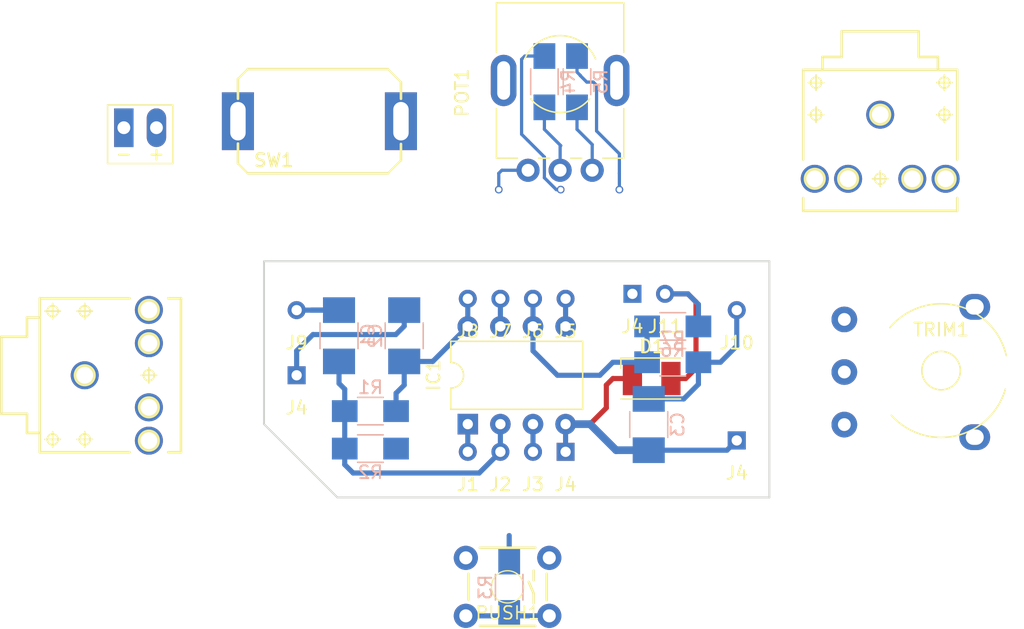
<source format=kicad_pcb>
(kicad_pcb (version 4) (host pcbnew 4.0.7-e0-6372~58~ubuntu16.04.1)

  (general
    (links 46)
    (no_connects 16)
    (area 46.538539 31.497999 126.737001 80.963001)
    (thickness 1.6)
    (drawings 5)
    (tracks 96)
    (zones 0)
    (modules 33)
    (nets 17)
  )

  (page A4)
  (layers
    (0 F.Cu signal)
    (31 B.Cu signal)
    (32 B.Adhes user)
    (33 F.Adhes user)
    (34 B.Paste user)
    (35 F.Paste user)
    (36 B.SilkS user)
    (37 F.SilkS user)
    (38 B.Mask user)
    (39 F.Mask user)
    (40 Dwgs.User user)
    (41 Cmts.User user)
    (42 Eco1.User user)
    (43 Eco2.User user)
    (44 Edge.Cuts user)
    (45 Margin user)
    (46 B.CrtYd user)
    (47 F.CrtYd user)
    (48 B.Fab user)
    (49 F.Fab user)
  )

  (setup
    (last_trace_width 0.4)
    (trace_clearance 0.2)
    (zone_clearance 0.508)
    (zone_45_only no)
    (trace_min 0.2)
    (segment_width 0.2)
    (edge_width 0.15)
    (via_size 0.6)
    (via_drill 0.4)
    (via_min_size 0.4)
    (via_min_drill 0.3)
    (uvia_size 0.3)
    (uvia_drill 0.1)
    (uvias_allowed no)
    (uvia_min_size 0.2)
    (uvia_min_drill 0.1)
    (pcb_text_width 0.3)
    (pcb_text_size 1.5 1.5)
    (mod_edge_width 0.15)
    (mod_text_size 1 1)
    (mod_text_width 0.15)
    (pad_size 1.4 1.4)
    (pad_drill 0.8)
    (pad_to_mask_clearance 0.2)
    (aux_axis_origin 0 0)
    (visible_elements FFFFFF7F)
    (pcbplotparams
      (layerselection 0x00030_80000001)
      (usegerberextensions false)
      (excludeedgelayer true)
      (linewidth 0.100000)
      (plotframeref false)
      (viasonmask false)
      (mode 1)
      (useauxorigin false)
      (hpglpennumber 1)
      (hpglpenspeed 20)
      (hpglpendiameter 15)
      (hpglpenoverlay 2)
      (psnegative false)
      (psa4output false)
      (plotreference true)
      (plotvalue true)
      (plotinvisibletext false)
      (padsonsilk false)
      (subtractmaskfromsilk false)
      (outputformat 1)
      (mirror false)
      (drillshape 1)
      (scaleselection 1)
      (outputdirectory ""))
  )

  (net 0 "")
  (net 1 "Net-(C1-Pad2)")
  (net 2 VCC)
  (net 3 GND)
  (net 4 "Net-(C3-Pad2)")
  (net 5 "Net-(D1-Pad2)")
  (net 6 "Net-(IC1-Pad6)")
  (net 7 "Net-(IC1-Pad7)")
  (net 8 "Net-(JACK2-Pad2)")
  (net 9 "Net-(POT1-Pad2)")
  (net 10 "Net-(PUSH1-Pad1)")
  (net 11 +BATT)
  (net 12 "Net-(C1-Pad1)")
  (net 13 "Net-(IC1-Pad1)")
  (net 14 "Net-(IC1-Pad5)")
  (net 15 "Net-(POT1-Pad3)")
  (net 16 "Net-(IC1-Pad3)")

  (net_class Default "This is the default net class."
    (clearance 0.2)
    (trace_width 0.4)
    (via_dia 0.6)
    (via_drill 0.4)
    (uvia_dia 0.3)
    (uvia_drill 0.1)
    (add_net +BATT)
    (add_net GND)
    (add_net "Net-(C1-Pad1)")
    (add_net "Net-(C1-Pad2)")
    (add_net "Net-(C3-Pad2)")
    (add_net "Net-(D1-Pad2)")
    (add_net "Net-(IC1-Pad1)")
    (add_net "Net-(IC1-Pad3)")
    (add_net "Net-(IC1-Pad5)")
    (add_net "Net-(IC1-Pad6)")
    (add_net "Net-(IC1-Pad7)")
    (add_net "Net-(JACK2-Pad2)")
    (add_net "Net-(POT1-Pad2)")
    (add_net "Net-(POT1-Pad3)")
    (add_net "Net-(PUSH1-Pad1)")
    (add_net VCC)
  )

  (module 8BitMixtape_DIY-CAD:TACTILE-PTH_6mm (layer F.Cu) (tedit 5B56173A) (tstamp 5B5C45CF)
    (at 86.283 77.456 180)
    (descr "OMRON SWITCH")
    (tags "OMRON SWITCH")
    (path /5B5C38F5)
    (attr virtual)
    (fp_text reference PUSH1 (at 0 -2.032 180) (layer F.SilkS)
      (effects (font (size 1 1) (thickness 0.127)))
    )
    (fp_text value SW_Push (at -5.25 0.14 270) (layer Eco2.User)
      (effects (font (size 1 1) (thickness 0.15)))
    )
    (fp_line (start 2.159 -3.048) (end -2.159 -3.048) (layer F.SilkS) (width 0.2032))
    (fp_line (start -2.159 3.048) (end 2.159 3.048) (layer F.SilkS) (width 0.2032))
    (fp_line (start 3.048 -0.99568) (end 3.048 1.016) (layer F.SilkS) (width 0.2032))
    (fp_line (start -3.048 -1.02616) (end -3.048 1.016) (layer F.SilkS) (width 0.2032))
    (fp_line (start -2.032 -1.27) (end -2.032 -0.508) (layer F.SilkS) (width 0.2032))
    (fp_line (start -2.032 0.508) (end -2.032 1.27) (layer F.SilkS) (width 0.2032))
    (fp_line (start -2.032 -0.508) (end -1.651 0.381) (layer F.SilkS) (width 0.2032))
    (fp_circle (center 0 0) (end -0.889 0.889) (layer F.SilkS) (width 0.1016))
    (pad 1 thru_hole circle (at -3.2512 -2.2606 180) (size 1.8796 1.8796) (drill 1.016) (layers *.Cu *.Mask)
      (net 10 "Net-(PUSH1-Pad1)"))
    (pad 1 thru_hole circle (at 3.2512 -2.2606 180) (size 1.8796 1.8796) (drill 1.016) (layers *.Cu *.Mask)
      (net 10 "Net-(PUSH1-Pad1)"))
    (pad 2 thru_hole circle (at -3.2512 2.2606 180) (size 1.8796 1.8796) (drill 1.016) (layers *.Cu *.Mask)
      (net 3 GND))
    (pad 2 thru_hole circle (at 3.2512 2.2606 180) (size 1.8796 1.8796) (drill 1.016) (layers *.Cu *.Mask)
      (net 3 GND))
  )

  (module 8BitMixtape_DIY-CAD:R_1206_Mixtape (layer B.Cu) (tedit 58E0A804) (tstamp 5B5C6774)
    (at 86.41 77.488 270)
    (descr "Resistor SMD 1206, hand soldering")
    (tags "resistor 1206")
    (path /5B5C3894)
    (attr smd)
    (fp_text reference R3 (at 0 1.85 270) (layer B.SilkS)
      (effects (font (size 1 1) (thickness 0.15)) (justify mirror))
    )
    (fp_text value 22K (at 0 -1.9 270) (layer B.Fab)
      (effects (font (size 1 1) (thickness 0.15)) (justify mirror))
    )
    (fp_text user %R (at 0 0 270) (layer B.Fab)
      (effects (font (size 0.7 0.7) (thickness 0.105)) (justify mirror))
    )
    (fp_line (start -1.6 -0.8) (end -1.6 0.8) (layer B.Fab) (width 0.1))
    (fp_line (start 1.6 -0.8) (end -1.6 -0.8) (layer B.Fab) (width 0.1))
    (fp_line (start 1.6 0.8) (end 1.6 -0.8) (layer B.Fab) (width 0.1))
    (fp_line (start -1.6 0.8) (end 1.6 0.8) (layer B.Fab) (width 0.1))
    (fp_line (start 1 -1.07) (end -1 -1.07) (layer B.SilkS) (width 0.12))
    (fp_line (start -1 1.07) (end 1 1.07) (layer B.SilkS) (width 0.12))
    (fp_line (start -3.25 1.11) (end 3.25 1.11) (layer B.CrtYd) (width 0.05))
    (fp_line (start -3.25 1.11) (end -3.25 -1.1) (layer B.CrtYd) (width 0.05))
    (fp_line (start 3.25 -1.1) (end 3.25 1.11) (layer B.CrtYd) (width 0.05))
    (fp_line (start 3.25 -1.1) (end -3.25 -1.1) (layer B.CrtYd) (width 0.05))
    (pad 1 smd rect (at -2 0 270) (size 2 1.7) (layers B.Cu B.Paste B.Mask)
      (net 12 "Net-(C1-Pad1)"))
    (pad 2 smd rect (at 2 0 270) (size 2 1.7) (layers B.Cu B.Paste B.Mask)
      (net 10 "Net-(PUSH1-Pad1)"))
    (model ${KISYS3DMOD}/Resistors_SMD.3dshapes/R_1206.wrl
      (at (xyz 0 0 0))
      (scale (xyz 1 1 1))
      (rotate (xyz 0 0 0))
    )
  )

  (module 8BitMixtape_DIY-CAD:C_1210_MixtapeStyle (layer B.Cu) (tedit 58AA84FB) (tstamp 5B5C44ED)
    (at 73.152 57.88 90)
    (descr "Capacitor SMD 1210, hand soldering")
    (tags "capacitor 1210")
    (path /5B5C3667)
    (attr smd)
    (fp_text reference C1 (at 0 2.25 90) (layer B.SilkS)
      (effects (font (size 1 1) (thickness 0.15)) (justify mirror))
    )
    (fp_text value 100nF (at 0 -2.5 90) (layer B.Fab)
      (effects (font (size 1 1) (thickness 0.15)) (justify mirror))
    )
    (fp_text user %R (at 0 2.25 90) (layer B.Fab)
      (effects (font (size 1 1) (thickness 0.15)) (justify mirror))
    )
    (fp_line (start -1.6 -1.25) (end -1.6 1.25) (layer B.Fab) (width 0.1))
    (fp_line (start 1.6 -1.25) (end -1.6 -1.25) (layer B.Fab) (width 0.1))
    (fp_line (start 1.6 1.25) (end 1.6 -1.25) (layer B.Fab) (width 0.1))
    (fp_line (start -1.6 1.25) (end 1.6 1.25) (layer B.Fab) (width 0.1))
    (fp_line (start 1 1.48) (end -1 1.48) (layer B.SilkS) (width 0.12))
    (fp_line (start -1 -1.48) (end 1 -1.48) (layer B.SilkS) (width 0.12))
    (fp_line (start -3.25 1.5) (end 3.25 1.5) (layer B.CrtYd) (width 0.05))
    (fp_line (start -3.25 1.5) (end -3.25 -1.5) (layer B.CrtYd) (width 0.05))
    (fp_line (start 3.25 -1.5) (end 3.25 1.5) (layer B.CrtYd) (width 0.05))
    (fp_line (start 3.25 -1.5) (end -3.25 -1.5) (layer B.CrtYd) (width 0.05))
    (pad 1 smd rect (at -2 0 90) (size 2 2.5) (layers B.Cu B.Paste B.Mask)
      (net 12 "Net-(C1-Pad1)"))
    (pad 2 smd rect (at 2 0 90) (size 2 2.5) (layers B.Cu B.Paste B.Mask)
      (net 1 "Net-(C1-Pad2)"))
    (model Capacitors_SMD.3dshapes/C_1210.wrl
      (at (xyz 0 0 0))
      (scale (xyz 1 1 1))
      (rotate (xyz 0 0 0))
    )
  )

  (module 8BitMixtape_DIY-CAD:C_1210_MixtapeStyle (layer B.Cu) (tedit 58AA84FB) (tstamp 5B5C44FE)
    (at 78.232 57.88 270)
    (descr "Capacitor SMD 1210, hand soldering")
    (tags "capacitor 1210")
    (path /5B5C38C7)
    (attr smd)
    (fp_text reference C2 (at 0 2.25 270) (layer B.SilkS)
      (effects (font (size 1 1) (thickness 0.15)) (justify mirror))
    )
    (fp_text value 100nF (at 0 -2.5 270) (layer B.Fab)
      (effects (font (size 1 1) (thickness 0.15)) (justify mirror))
    )
    (fp_text user %R (at 0 2.25 270) (layer B.Fab)
      (effects (font (size 1 1) (thickness 0.15)) (justify mirror))
    )
    (fp_line (start -1.6 -1.25) (end -1.6 1.25) (layer B.Fab) (width 0.1))
    (fp_line (start 1.6 -1.25) (end -1.6 -1.25) (layer B.Fab) (width 0.1))
    (fp_line (start 1.6 1.25) (end 1.6 -1.25) (layer B.Fab) (width 0.1))
    (fp_line (start -1.6 1.25) (end 1.6 1.25) (layer B.Fab) (width 0.1))
    (fp_line (start 1 1.48) (end -1 1.48) (layer B.SilkS) (width 0.12))
    (fp_line (start -1 -1.48) (end 1 -1.48) (layer B.SilkS) (width 0.12))
    (fp_line (start -3.25 1.5) (end 3.25 1.5) (layer B.CrtYd) (width 0.05))
    (fp_line (start -3.25 1.5) (end -3.25 -1.5) (layer B.CrtYd) (width 0.05))
    (fp_line (start 3.25 -1.5) (end 3.25 1.5) (layer B.CrtYd) (width 0.05))
    (fp_line (start 3.25 -1.5) (end -3.25 -1.5) (layer B.CrtYd) (width 0.05))
    (pad 1 smd rect (at -2 0 270) (size 2 2.5) (layers B.Cu B.Paste B.Mask)
      (net 3 GND))
    (pad 2 smd rect (at 2 0 270) (size 2 2.5) (layers B.Cu B.Paste B.Mask)
      (net 2 VCC))
    (model Capacitors_SMD.3dshapes/C_1210.wrl
      (at (xyz 0 0 0))
      (scale (xyz 1 1 1))
      (rotate (xyz 0 0 0))
    )
  )

  (module 8BitMixtape_DIY-CAD:C_1210_MixtapeStyle (layer B.Cu) (tedit 58AA84FB) (tstamp 5B5C450F)
    (at 97.282 64.802 90)
    (descr "Capacitor SMD 1210, hand soldering")
    (tags "capacitor 1210")
    (path /5B5C50D8)
    (attr smd)
    (fp_text reference C3 (at 0 2.25 90) (layer B.SilkS)
      (effects (font (size 1 1) (thickness 0.15)) (justify mirror))
    )
    (fp_text value 100nF (at 0 -2.5 90) (layer B.Fab)
      (effects (font (size 1 1) (thickness 0.15)) (justify mirror))
    )
    (fp_text user %R (at 0 2.25 90) (layer B.Fab)
      (effects (font (size 1 1) (thickness 0.15)) (justify mirror))
    )
    (fp_line (start -1.6 -1.25) (end -1.6 1.25) (layer B.Fab) (width 0.1))
    (fp_line (start 1.6 -1.25) (end -1.6 -1.25) (layer B.Fab) (width 0.1))
    (fp_line (start 1.6 1.25) (end 1.6 -1.25) (layer B.Fab) (width 0.1))
    (fp_line (start -1.6 1.25) (end 1.6 1.25) (layer B.Fab) (width 0.1))
    (fp_line (start 1 1.48) (end -1 1.48) (layer B.SilkS) (width 0.12))
    (fp_line (start -1 -1.48) (end 1 -1.48) (layer B.SilkS) (width 0.12))
    (fp_line (start -3.25 1.5) (end 3.25 1.5) (layer B.CrtYd) (width 0.05))
    (fp_line (start -3.25 1.5) (end -3.25 -1.5) (layer B.CrtYd) (width 0.05))
    (fp_line (start 3.25 -1.5) (end 3.25 1.5) (layer B.CrtYd) (width 0.05))
    (fp_line (start 3.25 -1.5) (end -3.25 -1.5) (layer B.CrtYd) (width 0.05))
    (pad 1 smd rect (at -2 0 90) (size 2 2.5) (layers B.Cu B.Paste B.Mask)
      (net 3 GND))
    (pad 2 smd rect (at 2 0 90) (size 2 2.5) (layers B.Cu B.Paste B.Mask)
      (net 4 "Net-(C3-Pad2)"))
    (model Capacitors_SMD.3dshapes/C_1210.wrl
      (at (xyz 0 0 0))
      (scale (xyz 1 1 1))
      (rotate (xyz 0 0 0))
    )
  )

  (module 8BitMixtape_DIY-CAD:LED_2835 (layer F.Cu) (tedit 59959404) (tstamp 5B5C4523)
    (at 97.512 61.214)
    (descr "LED PLCC-2 SMD package")
    (tags "LED PLCC-2 SMD")
    (path /5B5C48EB)
    (attr smd)
    (fp_text reference D1 (at 0 -2.5) (layer F.SilkS)
      (effects (font (size 1 1) (thickness 0.15)))
    )
    (fp_text value LED (at 0 2.5) (layer F.Fab)
      (effects (font (size 1 1) (thickness 0.15)))
    )
    (fp_circle (center 0 0) (end 0 -1.25) (layer F.Fab) (width 0.1))
    (fp_line (start -1.7 -0.6) (end -0.8 -1.5) (layer F.Fab) (width 0.1))
    (fp_line (start 1.7 1.5) (end 1.7 -1.5) (layer F.Fab) (width 0.1))
    (fp_line (start 1.7 -1.5) (end -1.7 -1.5) (layer F.Fab) (width 0.1))
    (fp_line (start -1.7 -1.5) (end -1.7 1.5) (layer F.Fab) (width 0.1))
    (fp_line (start -1.7 1.5) (end 1.7 1.5) (layer F.Fab) (width 0.1))
    (fp_line (start -2.65 -1.85) (end 2.5 -1.85) (layer F.CrtYd) (width 0.05))
    (fp_line (start 2.5 -1.85) (end 2.5 1.85) (layer F.CrtYd) (width 0.05))
    (fp_line (start 2.5 1.85) (end -2.65 1.85) (layer F.CrtYd) (width 0.05))
    (fp_line (start -2.65 1.85) (end -2.65 -1.85) (layer F.CrtYd) (width 0.05))
    (fp_line (start 2.25 1.6) (end -2.4 1.6) (layer F.SilkS) (width 0.12))
    (fp_line (start 2.25 -1.6) (end -2.4 -1.6) (layer F.SilkS) (width 0.12))
    (fp_line (start -2.4 -1.6) (end -2.4 -0.8) (layer F.SilkS) (width 0.12))
    (fp_text user %R (at 0 0) (layer F.Fab)
      (effects (font (size 0.4 0.4) (thickness 0.1)))
    )
    (pad 1 smd rect (at -1.5 0) (size 1.5 2.6) (layers F.Cu F.Paste F.Mask)
      (net 3 GND))
    (pad 2 smd rect (at 1.5 0) (size 1.5 2.6) (layers F.Cu F.Paste F.Mask)
      (net 5 "Net-(D1-Pad2)"))
    (model ${KISYS3DMOD}/LEDs.3dshapes/LED_PLCC-2.wrl
      (at (xyz 0 0 0))
      (scale (xyz 1 1 1))
      (rotate (xyz 0 0 0))
    )
  )

  (module Housings_DIP:DIP-8_W7.62mm (layer F.Cu) (tedit 59C78D6B) (tstamp 5B5C453F)
    (at 83.185 64.77 90)
    (descr "8-lead though-hole mounted DIP package, row spacing 7.62 mm (300 mils)")
    (tags "THT DIP DIL PDIP 2.54mm 7.62mm 300mil")
    (path /5B5C34B2)
    (fp_text reference IC1 (at 3.81 -2.667 90) (layer F.SilkS)
      (effects (font (size 1 1) (thickness 0.15)))
    )
    (fp_text value ATTINY85-20PU (at 3.81 9.95 90) (layer F.Fab)
      (effects (font (size 1 1) (thickness 0.15)))
    )
    (fp_arc (start 3.81 -1.33) (end 2.81 -1.33) (angle -180) (layer F.SilkS) (width 0.12))
    (fp_line (start 1.635 -1.27) (end 6.985 -1.27) (layer F.Fab) (width 0.1))
    (fp_line (start 6.985 -1.27) (end 6.985 8.89) (layer F.Fab) (width 0.1))
    (fp_line (start 6.985 8.89) (end 0.635 8.89) (layer F.Fab) (width 0.1))
    (fp_line (start 0.635 8.89) (end 0.635 -0.27) (layer F.Fab) (width 0.1))
    (fp_line (start 0.635 -0.27) (end 1.635 -1.27) (layer F.Fab) (width 0.1))
    (fp_line (start 2.81 -1.33) (end 1.16 -1.33) (layer F.SilkS) (width 0.12))
    (fp_line (start 1.16 -1.33) (end 1.16 8.95) (layer F.SilkS) (width 0.12))
    (fp_line (start 1.16 8.95) (end 6.46 8.95) (layer F.SilkS) (width 0.12))
    (fp_line (start 6.46 8.95) (end 6.46 -1.33) (layer F.SilkS) (width 0.12))
    (fp_line (start 6.46 -1.33) (end 4.81 -1.33) (layer F.SilkS) (width 0.12))
    (fp_line (start -1.1 -1.55) (end -1.1 9.15) (layer F.CrtYd) (width 0.05))
    (fp_line (start -1.1 9.15) (end 8.7 9.15) (layer F.CrtYd) (width 0.05))
    (fp_line (start 8.7 9.15) (end 8.7 -1.55) (layer F.CrtYd) (width 0.05))
    (fp_line (start 8.7 -1.55) (end -1.1 -1.55) (layer F.CrtYd) (width 0.05))
    (fp_text user %R (at 3.81 3.81 90) (layer F.Fab)
      (effects (font (size 1 1) (thickness 0.15)))
    )
    (pad 1 thru_hole rect (at 0 0 90) (size 1.6 1.6) (drill 0.8) (layers *.Cu *.Mask)
      (net 13 "Net-(IC1-Pad1)"))
    (pad 5 thru_hole oval (at 7.62 7.62 90) (size 1.6 1.6) (drill 0.8) (layers *.Cu *.Mask)
      (net 14 "Net-(IC1-Pad5)"))
    (pad 2 thru_hole oval (at 0 2.54 90) (size 1.6 1.6) (drill 0.8) (layers *.Cu *.Mask)
      (net 12 "Net-(C1-Pad1)"))
    (pad 6 thru_hole oval (at 7.62 5.08 90) (size 1.6 1.6) (drill 0.8) (layers *.Cu *.Mask)
      (net 6 "Net-(IC1-Pad6)"))
    (pad 3 thru_hole oval (at 0 5.08 90) (size 1.6 1.6) (drill 0.8) (layers *.Cu *.Mask)
      (net 16 "Net-(IC1-Pad3)"))
    (pad 7 thru_hole oval (at 7.62 2.54 90) (size 1.6 1.6) (drill 0.8) (layers *.Cu *.Mask)
      (net 7 "Net-(IC1-Pad7)"))
    (pad 4 thru_hole oval (at 0 7.62 90) (size 1.6 1.6) (drill 0.8) (layers *.Cu *.Mask)
      (net 3 GND))
    (pad 8 thru_hole oval (at 7.62 0 90) (size 1.6 1.6) (drill 0.8) (layers *.Cu *.Mask)
      (net 2 VCC))
    (model ${KISYS3DMOD}/Housings_DIP.3dshapes/DIP-8_W7.62mm.wrl
      (at (xyz 0 0 0))
      (scale (xyz 1 1 1))
      (rotate (xyz 0 0 0))
    )
  )

  (module 8BitMixtape_DIY-CAD:AUDIO-Jack_3.5mm_5Pin (layer F.Cu) (tedit 5B558D28) (tstamp 5B5C4570)
    (at 53.34 60.96)
    (descr "KIT FOOTPRINT FOR 1/8\" AUDIO JACK.")
    (tags "KIT FOOTPRINT FOR 1/8\" AUDIO JACK.")
    (path /5B5C3573)
    (attr virtual)
    (fp_text reference JACK1 (at -0.254 -2.7432) (layer Dwgs.User)
      (effects (font (size 0.4064 0.4064) (thickness 0.0254)))
    )
    (fp_text value JACK_TRS_6PINS (at -0.0508 -1.4732) (layer Dwgs.User)
      (effects (font (size 0.4064 0.4064) (thickness 0.0254)))
    )
    (fp_line (start 7.49808 -5.99948) (end 7.49808 5.99948) (layer F.SilkS) (width 0.2032))
    (fp_line (start -3.49758 -5.99948) (end -3.49758 -4.49834) (layer F.SilkS) (width 0.2032))
    (fp_line (start -3.49758 4.49834) (end -3.49758 5.99948) (layer F.SilkS) (width 0.2032))
    (fp_line (start -4.49834 -4.49834) (end -4.49834 -2.99974) (layer F.SilkS) (width 0.2032))
    (fp_line (start -4.49834 2.99974) (end -4.49834 4.49834) (layer F.SilkS) (width 0.2032))
    (fp_line (start -4.49834 4.49834) (end -3.49758 4.49834) (layer F.SilkS) (width 0.2032))
    (fp_line (start -4.49834 -4.49834) (end -3.49758 -4.49834) (layer F.SilkS) (width 0.2032))
    (fp_line (start -6.49986 -2.99974) (end -6.49986 2.99974) (layer F.SilkS) (width 0.2032))
    (fp_line (start -6.49986 2.99974) (end -4.49834 2.99974) (layer F.SilkS) (width 0.2032))
    (fp_line (start -6.49986 -2.99974) (end -4.49834 -2.99974) (layer F.SilkS) (width 0.2032))
    (fp_line (start -3.49758 -5.99948) (end 3.49758 -5.99948) (layer F.SilkS) (width 0.2032))
    (fp_line (start 7.49808 -5.99948) (end 6.49986 -5.99948) (layer F.SilkS) (width 0.2032))
    (fp_line (start -3.49758 -5.99948) (end -3.49758 5.99948) (layer F.SilkS) (width 0.2032))
    (fp_line (start -3.49758 5.99948) (end 3.49758 5.99948) (layer F.SilkS) (width 0.2032))
    (fp_line (start 7.49808 5.99948) (end 6.49986 5.99948) (layer F.SilkS) (width 0.2032))
    (fp_circle (center 0 0) (end -0.3302 0.3302) (layer F.SilkS) (width 0))
    (fp_circle (center 4.99872 -5.09778) (end 5.32892 -5.42798) (layer F.SilkS) (width 0))
    (fp_circle (center 4.99872 -2.49936) (end 5.32892 -2.82956) (layer F.SilkS) (width 0))
    (fp_circle (center 4.99872 2.49936) (end 5.32892 2.82956) (layer F.SilkS) (width 0))
    (fp_circle (center 4.99872 5.09778) (end 5.32892 5.42798) (layer F.SilkS) (width 0))
    (fp_circle (center 0 0) (end -0.6096 0.6096) (layer F.SilkS) (width 0))
    (fp_circle (center 4.99872 -5.09778) (end 5.60832 -5.70738) (layer F.SilkS) (width 0))
    (fp_circle (center 4.99872 5.09778) (end 5.60832 5.70738) (layer F.SilkS) (width 0))
    (fp_circle (center 4.99872 2.49936) (end 5.60832 3.10896) (layer F.SilkS) (width 0))
    (fp_circle (center 4.99872 -2.49936) (end 5.60832 -3.10896) (layer F.SilkS) (width 0))
    (fp_circle (center 0 -4.99872) (end -0.29972 -5.29844) (layer F.SilkS) (width 0.127))
    (fp_line (start -0.59944 -4.99872) (end 0.59944 -4.99872) (layer F.SilkS) (width 0.127))
    (fp_line (start 0 -4.39928) (end 0 -5.59816) (layer F.SilkS) (width 0.127))
    (fp_circle (center -2.49936 -4.99872) (end -2.79908 -5.29844) (layer F.SilkS) (width 0.127))
    (fp_line (start -3.0988 -4.99872) (end -1.89992 -4.99872) (layer F.SilkS) (width 0.127))
    (fp_line (start -2.49936 -4.39928) (end -2.49936 -5.59816) (layer F.SilkS) (width 0.127))
    (fp_circle (center -2.49936 4.99872) (end -2.79908 5.29844) (layer F.SilkS) (width 0.127))
    (fp_line (start -3.0988 4.99872) (end -1.89992 4.99872) (layer F.SilkS) (width 0.127))
    (fp_line (start -2.49936 5.59816) (end -2.49936 4.39928) (layer F.SilkS) (width 0.127))
    (fp_circle (center 0 4.99872) (end -0.29972 5.29844) (layer F.SilkS) (width 0.127))
    (fp_line (start -0.59944 4.99872) (end 0.59944 4.99872) (layer F.SilkS) (width 0.127))
    (fp_line (start 0 5.59816) (end 0 4.39928) (layer F.SilkS) (width 0.127))
    (fp_circle (center 4.99872 0) (end 5.29844 0.29972) (layer F.SilkS) (width 0.127))
    (fp_line (start 4.39928 0) (end 5.59816 0) (layer F.SilkS) (width 0.127))
    (fp_line (start 4.99872 0.59944) (end 4.99872 -0.59944) (layer F.SilkS) (width 0.127))
    (pad 3 thru_hole circle (at 4.99872 -5.09778) (size 2.18186 2.18186) (drill 1.29794) (layers *.Cu *.Mask)
      (net 1 "Net-(C1-Pad2)"))
    (pad 6 thru_hole circle (at 4.99872 -2.49936) (size 2.18186 2.18186) (drill 1.29794) (layers *.Cu *.Mask))
    (pad 1 thru_hole circle (at 0 0) (size 2.18186 2.18186) (drill 1.29794) (layers *.Cu *.Mask)
      (net 3 GND))
    (pad 2 thru_hole circle (at 4.99872 5.09778) (size 2.18186 2.18186) (drill 1.29794) (layers *.Cu *.Mask))
    (pad 5 thru_hole circle (at 4.99872 2.49936) (size 2.18186 2.18186) (drill 1.29794) (layers *.Cu *.Mask))
  )

  (module 8BitMixtape_DIY-CAD:AUDIO-Jack_3.5mm_5Pin (layer F.Cu) (tedit 5B558D28) (tstamp 5B5C45A1)
    (at 115.316 40.64 270)
    (descr "KIT FOOTPRINT FOR 1/8\" AUDIO JACK.")
    (tags "KIT FOOTPRINT FOR 1/8\" AUDIO JACK.")
    (path /5B5C35A7)
    (attr virtual)
    (fp_text reference JACK2 (at -0.254 -2.7432 270) (layer Dwgs.User)
      (effects (font (size 0.4064 0.4064) (thickness 0.0254)))
    )
    (fp_text value JACK_TRS_6PINS (at -0.0508 -1.4732 270) (layer Dwgs.User)
      (effects (font (size 0.4064 0.4064) (thickness 0.0254)))
    )
    (fp_line (start 7.49808 -5.99948) (end 7.49808 5.99948) (layer F.SilkS) (width 0.2032))
    (fp_line (start -3.49758 -5.99948) (end -3.49758 -4.49834) (layer F.SilkS) (width 0.2032))
    (fp_line (start -3.49758 4.49834) (end -3.49758 5.99948) (layer F.SilkS) (width 0.2032))
    (fp_line (start -4.49834 -4.49834) (end -4.49834 -2.99974) (layer F.SilkS) (width 0.2032))
    (fp_line (start -4.49834 2.99974) (end -4.49834 4.49834) (layer F.SilkS) (width 0.2032))
    (fp_line (start -4.49834 4.49834) (end -3.49758 4.49834) (layer F.SilkS) (width 0.2032))
    (fp_line (start -4.49834 -4.49834) (end -3.49758 -4.49834) (layer F.SilkS) (width 0.2032))
    (fp_line (start -6.49986 -2.99974) (end -6.49986 2.99974) (layer F.SilkS) (width 0.2032))
    (fp_line (start -6.49986 2.99974) (end -4.49834 2.99974) (layer F.SilkS) (width 0.2032))
    (fp_line (start -6.49986 -2.99974) (end -4.49834 -2.99974) (layer F.SilkS) (width 0.2032))
    (fp_line (start -3.49758 -5.99948) (end 3.49758 -5.99948) (layer F.SilkS) (width 0.2032))
    (fp_line (start 7.49808 -5.99948) (end 6.49986 -5.99948) (layer F.SilkS) (width 0.2032))
    (fp_line (start -3.49758 -5.99948) (end -3.49758 5.99948) (layer F.SilkS) (width 0.2032))
    (fp_line (start -3.49758 5.99948) (end 3.49758 5.99948) (layer F.SilkS) (width 0.2032))
    (fp_line (start 7.49808 5.99948) (end 6.49986 5.99948) (layer F.SilkS) (width 0.2032))
    (fp_circle (center 0 0) (end -0.3302 0.3302) (layer F.SilkS) (width 0))
    (fp_circle (center 4.99872 -5.09778) (end 5.32892 -5.42798) (layer F.SilkS) (width 0))
    (fp_circle (center 4.99872 -2.49936) (end 5.32892 -2.82956) (layer F.SilkS) (width 0))
    (fp_circle (center 4.99872 2.49936) (end 5.32892 2.82956) (layer F.SilkS) (width 0))
    (fp_circle (center 4.99872 5.09778) (end 5.32892 5.42798) (layer F.SilkS) (width 0))
    (fp_circle (center 0 0) (end -0.6096 0.6096) (layer F.SilkS) (width 0))
    (fp_circle (center 4.99872 -5.09778) (end 5.60832 -5.70738) (layer F.SilkS) (width 0))
    (fp_circle (center 4.99872 5.09778) (end 5.60832 5.70738) (layer F.SilkS) (width 0))
    (fp_circle (center 4.99872 2.49936) (end 5.60832 3.10896) (layer F.SilkS) (width 0))
    (fp_circle (center 4.99872 -2.49936) (end 5.60832 -3.10896) (layer F.SilkS) (width 0))
    (fp_circle (center 0 -4.99872) (end -0.29972 -5.29844) (layer F.SilkS) (width 0.127))
    (fp_line (start -0.59944 -4.99872) (end 0.59944 -4.99872) (layer F.SilkS) (width 0.127))
    (fp_line (start 0 -4.39928) (end 0 -5.59816) (layer F.SilkS) (width 0.127))
    (fp_circle (center -2.49936 -4.99872) (end -2.79908 -5.29844) (layer F.SilkS) (width 0.127))
    (fp_line (start -3.0988 -4.99872) (end -1.89992 -4.99872) (layer F.SilkS) (width 0.127))
    (fp_line (start -2.49936 -4.39928) (end -2.49936 -5.59816) (layer F.SilkS) (width 0.127))
    (fp_circle (center -2.49936 4.99872) (end -2.79908 5.29844) (layer F.SilkS) (width 0.127))
    (fp_line (start -3.0988 4.99872) (end -1.89992 4.99872) (layer F.SilkS) (width 0.127))
    (fp_line (start -2.49936 5.59816) (end -2.49936 4.39928) (layer F.SilkS) (width 0.127))
    (fp_circle (center 0 4.99872) (end -0.29972 5.29844) (layer F.SilkS) (width 0.127))
    (fp_line (start -0.59944 4.99872) (end 0.59944 4.99872) (layer F.SilkS) (width 0.127))
    (fp_line (start 0 5.59816) (end 0 4.39928) (layer F.SilkS) (width 0.127))
    (fp_circle (center 4.99872 0) (end 5.29844 0.29972) (layer F.SilkS) (width 0.127))
    (fp_line (start 4.39928 0) (end 5.59816 0) (layer F.SilkS) (width 0.127))
    (fp_line (start 4.99872 0.59944) (end 4.99872 -0.59944) (layer F.SilkS) (width 0.127))
    (pad 3 thru_hole circle (at 4.99872 -5.09778 270) (size 2.18186 2.18186) (drill 1.29794) (layers *.Cu *.Mask))
    (pad 6 thru_hole circle (at 4.99872 -2.49936 270) (size 2.18186 2.18186) (drill 1.29794) (layers *.Cu *.Mask))
    (pad 1 thru_hole circle (at 0 0 270) (size 2.18186 2.18186) (drill 1.29794) (layers *.Cu *.Mask)
      (net 3 GND))
    (pad 2 thru_hole circle (at 4.99872 5.09778 270) (size 2.18186 2.18186) (drill 1.29794) (layers *.Cu *.Mask)
      (net 8 "Net-(JACK2-Pad2)"))
    (pad 5 thru_hole circle (at 4.99872 2.49936 270) (size 2.18186 2.18186) (drill 1.29794) (layers *.Cu *.Mask))
  )

  (module 8BitMixtape_DIY-CAD:R_1206_Mixtape (layer B.Cu) (tedit 58E0A804) (tstamp 5B5C45E0)
    (at 75.597 63.754 180)
    (descr "Resistor SMD 1206, hand soldering")
    (tags "resistor 1206")
    (path /5B5C3536)
    (attr smd)
    (fp_text reference R1 (at 0 1.85 180) (layer B.SilkS)
      (effects (font (size 1 1) (thickness 0.15)) (justify mirror))
    )
    (fp_text value 22K (at 0 -1.9 180) (layer B.Fab)
      (effects (font (size 1 1) (thickness 0.15)) (justify mirror))
    )
    (fp_text user %R (at 0 0 180) (layer B.Fab)
      (effects (font (size 0.7 0.7) (thickness 0.105)) (justify mirror))
    )
    (fp_line (start -1.6 -0.8) (end -1.6 0.8) (layer B.Fab) (width 0.1))
    (fp_line (start 1.6 -0.8) (end -1.6 -0.8) (layer B.Fab) (width 0.1))
    (fp_line (start 1.6 0.8) (end 1.6 -0.8) (layer B.Fab) (width 0.1))
    (fp_line (start -1.6 0.8) (end 1.6 0.8) (layer B.Fab) (width 0.1))
    (fp_line (start 1 -1.07) (end -1 -1.07) (layer B.SilkS) (width 0.12))
    (fp_line (start -1 1.07) (end 1 1.07) (layer B.SilkS) (width 0.12))
    (fp_line (start -3.25 1.11) (end 3.25 1.11) (layer B.CrtYd) (width 0.05))
    (fp_line (start -3.25 1.11) (end -3.25 -1.1) (layer B.CrtYd) (width 0.05))
    (fp_line (start 3.25 -1.1) (end 3.25 1.11) (layer B.CrtYd) (width 0.05))
    (fp_line (start 3.25 -1.1) (end -3.25 -1.1) (layer B.CrtYd) (width 0.05))
    (pad 1 smd rect (at -2 0 180) (size 2 1.7) (layers B.Cu B.Paste B.Mask)
      (net 2 VCC))
    (pad 2 smd rect (at 2 0 180) (size 2 1.7) (layers B.Cu B.Paste B.Mask)
      (net 12 "Net-(C1-Pad1)"))
    (model ${KISYS3DMOD}/Resistors_SMD.3dshapes/R_1206.wrl
      (at (xyz 0 0 0))
      (scale (xyz 1 1 1))
      (rotate (xyz 0 0 0))
    )
  )

  (module 8BitMixtape_DIY-CAD:R_1206_Mixtape (layer B.Cu) (tedit 58E0A804) (tstamp 5B5C45F1)
    (at 75.597 66.675)
    (descr "Resistor SMD 1206, hand soldering")
    (tags "resistor 1206")
    (path /5B5C37D4)
    (attr smd)
    (fp_text reference R2 (at 0 1.85) (layer B.SilkS)
      (effects (font (size 1 1) (thickness 0.15)) (justify mirror))
    )
    (fp_text value 22K (at 0 -1.9) (layer B.Fab)
      (effects (font (size 1 1) (thickness 0.15)) (justify mirror))
    )
    (fp_text user %R (at 0 0) (layer B.Fab)
      (effects (font (size 0.7 0.7) (thickness 0.105)) (justify mirror))
    )
    (fp_line (start -1.6 -0.8) (end -1.6 0.8) (layer B.Fab) (width 0.1))
    (fp_line (start 1.6 -0.8) (end -1.6 -0.8) (layer B.Fab) (width 0.1))
    (fp_line (start 1.6 0.8) (end 1.6 -0.8) (layer B.Fab) (width 0.1))
    (fp_line (start -1.6 0.8) (end 1.6 0.8) (layer B.Fab) (width 0.1))
    (fp_line (start 1 -1.07) (end -1 -1.07) (layer B.SilkS) (width 0.12))
    (fp_line (start -1 1.07) (end 1 1.07) (layer B.SilkS) (width 0.12))
    (fp_line (start -3.25 1.11) (end 3.25 1.11) (layer B.CrtYd) (width 0.05))
    (fp_line (start -3.25 1.11) (end -3.25 -1.1) (layer B.CrtYd) (width 0.05))
    (fp_line (start 3.25 -1.1) (end 3.25 1.11) (layer B.CrtYd) (width 0.05))
    (fp_line (start 3.25 -1.1) (end -3.25 -1.1) (layer B.CrtYd) (width 0.05))
    (pad 1 smd rect (at -2 0) (size 2 1.7) (layers B.Cu B.Paste B.Mask)
      (net 12 "Net-(C1-Pad1)"))
    (pad 2 smd rect (at 2 0) (size 2 1.7) (layers B.Cu B.Paste B.Mask)
      (net 3 GND))
    (model ${KISYS3DMOD}/Resistors_SMD.3dshapes/R_1206.wrl
      (at (xyz 0 0 0))
      (scale (xyz 1 1 1))
      (rotate (xyz 0 0 0))
    )
  )

  (module 8BitMixtape_DIY-CAD:R_1206_Mixtape (layer B.Cu) (tedit 58E0A804) (tstamp 5B5C4613)
    (at 89.154 38.068 90)
    (descr "Resistor SMD 1206, hand soldering")
    (tags "resistor 1206")
    (path /5B5C4031)
    (attr smd)
    (fp_text reference R4 (at 0 1.85 90) (layer B.SilkS)
      (effects (font (size 1 1) (thickness 0.15)) (justify mirror))
    )
    (fp_text value 22K (at 0 -1.9 90) (layer B.Fab)
      (effects (font (size 1 1) (thickness 0.15)) (justify mirror))
    )
    (fp_text user %R (at 0 0 90) (layer B.Fab)
      (effects (font (size 0.7 0.7) (thickness 0.105)) (justify mirror))
    )
    (fp_line (start -1.6 -0.8) (end -1.6 0.8) (layer B.Fab) (width 0.1))
    (fp_line (start 1.6 -0.8) (end -1.6 -0.8) (layer B.Fab) (width 0.1))
    (fp_line (start 1.6 0.8) (end 1.6 -0.8) (layer B.Fab) (width 0.1))
    (fp_line (start -1.6 0.8) (end 1.6 0.8) (layer B.Fab) (width 0.1))
    (fp_line (start 1 -1.07) (end -1 -1.07) (layer B.SilkS) (width 0.12))
    (fp_line (start -1 1.07) (end 1 1.07) (layer B.SilkS) (width 0.12))
    (fp_line (start -3.25 1.11) (end 3.25 1.11) (layer B.CrtYd) (width 0.05))
    (fp_line (start -3.25 1.11) (end -3.25 -1.1) (layer B.CrtYd) (width 0.05))
    (fp_line (start 3.25 -1.1) (end 3.25 1.11) (layer B.CrtYd) (width 0.05))
    (fp_line (start 3.25 -1.1) (end -3.25 -1.1) (layer B.CrtYd) (width 0.05))
    (pad 1 smd rect (at -2 0 90) (size 2 1.7) (layers B.Cu B.Paste B.Mask)
      (net 9 "Net-(POT1-Pad2)"))
    (pad 2 smd rect (at 2 0 90) (size 2 1.7) (layers B.Cu B.Paste B.Mask)
      (net 7 "Net-(IC1-Pad7)"))
    (model ${KISYS3DMOD}/Resistors_SMD.3dshapes/R_1206.wrl
      (at (xyz 0 0 0))
      (scale (xyz 1 1 1))
      (rotate (xyz 0 0 0))
    )
  )

  (module 8BitMixtape_DIY-CAD:R_1206_Mixtape (layer B.Cu) (tedit 58E0A804) (tstamp 5B5C4624)
    (at 91.694 38.068 90)
    (descr "Resistor SMD 1206, hand soldering")
    (tags "resistor 1206")
    (path /5B5C428F)
    (attr smd)
    (fp_text reference R5 (at 0 1.85 90) (layer B.SilkS)
      (effects (font (size 1 1) (thickness 0.15)) (justify mirror))
    )
    (fp_text value 4K7 (at 0 -1.9 90) (layer B.Fab)
      (effects (font (size 1 1) (thickness 0.15)) (justify mirror))
    )
    (fp_text user %R (at 0 0 90) (layer B.Fab)
      (effects (font (size 0.7 0.7) (thickness 0.105)) (justify mirror))
    )
    (fp_line (start -1.6 -0.8) (end -1.6 0.8) (layer B.Fab) (width 0.1))
    (fp_line (start 1.6 -0.8) (end -1.6 -0.8) (layer B.Fab) (width 0.1))
    (fp_line (start 1.6 0.8) (end 1.6 -0.8) (layer B.Fab) (width 0.1))
    (fp_line (start -1.6 0.8) (end 1.6 0.8) (layer B.Fab) (width 0.1))
    (fp_line (start 1 -1.07) (end -1 -1.07) (layer B.SilkS) (width 0.12))
    (fp_line (start -1 1.07) (end 1 1.07) (layer B.SilkS) (width 0.12))
    (fp_line (start -3.25 1.11) (end 3.25 1.11) (layer B.CrtYd) (width 0.05))
    (fp_line (start -3.25 1.11) (end -3.25 -1.1) (layer B.CrtYd) (width 0.05))
    (fp_line (start 3.25 -1.1) (end 3.25 1.11) (layer B.CrtYd) (width 0.05))
    (fp_line (start 3.25 -1.1) (end -3.25 -1.1) (layer B.CrtYd) (width 0.05))
    (pad 1 smd rect (at -2 0 90) (size 2 1.7) (layers B.Cu B.Paste B.Mask)
      (net 15 "Net-(POT1-Pad3)"))
    (pad 2 smd rect (at 2 0 90) (size 2 1.7) (layers B.Cu B.Paste B.Mask)
      (net 2 VCC))
    (model ${KISYS3DMOD}/Resistors_SMD.3dshapes/R_1206.wrl
      (at (xyz 0 0 0))
      (scale (xyz 1 1 1))
      (rotate (xyz 0 0 0))
    )
  )

  (module 8BitMixtape_DIY-CAD:R_1206_Mixtape (layer B.Cu) (tedit 58E0A804) (tstamp 5B5C4635)
    (at 99.155 57.15)
    (descr "Resistor SMD 1206, hand soldering")
    (tags "resistor 1206")
    (path /5B5C47CF)
    (attr smd)
    (fp_text reference R6 (at 0 1.85) (layer B.SilkS)
      (effects (font (size 1 1) (thickness 0.15)) (justify mirror))
    )
    (fp_text value 1K (at 0 -1.9) (layer B.Fab)
      (effects (font (size 1 1) (thickness 0.15)) (justify mirror))
    )
    (fp_text user %R (at 0 0) (layer B.Fab)
      (effects (font (size 0.7 0.7) (thickness 0.105)) (justify mirror))
    )
    (fp_line (start -1.6 -0.8) (end -1.6 0.8) (layer B.Fab) (width 0.1))
    (fp_line (start 1.6 -0.8) (end -1.6 -0.8) (layer B.Fab) (width 0.1))
    (fp_line (start 1.6 0.8) (end 1.6 -0.8) (layer B.Fab) (width 0.1))
    (fp_line (start -1.6 0.8) (end 1.6 0.8) (layer B.Fab) (width 0.1))
    (fp_line (start 1 -1.07) (end -1 -1.07) (layer B.SilkS) (width 0.12))
    (fp_line (start -1 1.07) (end 1 1.07) (layer B.SilkS) (width 0.12))
    (fp_line (start -3.25 1.11) (end 3.25 1.11) (layer B.CrtYd) (width 0.05))
    (fp_line (start -3.25 1.11) (end -3.25 -1.1) (layer B.CrtYd) (width 0.05))
    (fp_line (start 3.25 -1.1) (end 3.25 1.11) (layer B.CrtYd) (width 0.05))
    (fp_line (start 3.25 -1.1) (end -3.25 -1.1) (layer B.CrtYd) (width 0.05))
    (pad 1 smd rect (at -2 0) (size 2 1.7) (layers B.Cu B.Paste B.Mask)
      (net 6 "Net-(IC1-Pad6)"))
    (pad 2 smd rect (at 2 0) (size 2 1.7) (layers B.Cu B.Paste B.Mask)
      (net 5 "Net-(D1-Pad2)"))
    (model ${KISYS3DMOD}/Resistors_SMD.3dshapes/R_1206.wrl
      (at (xyz 0 0 0))
      (scale (xyz 1 1 1))
      (rotate (xyz 0 0 0))
    )
  )

  (module 8BitMixtape_DIY-CAD:R_1206_Mixtape (layer B.Cu) (tedit 58E0A804) (tstamp 5B5C4646)
    (at 99.155 59.944 180)
    (descr "Resistor SMD 1206, hand soldering")
    (tags "resistor 1206")
    (path /5B5C4E71)
    (attr smd)
    (fp_text reference R7 (at 0 1.85 180) (layer B.SilkS)
      (effects (font (size 1 1) (thickness 0.15)) (justify mirror))
    )
    (fp_text value 330 (at 0 -1.9 180) (layer B.Fab)
      (effects (font (size 1 1) (thickness 0.15)) (justify mirror))
    )
    (fp_text user %R (at 0 0 180) (layer B.Fab)
      (effects (font (size 0.7 0.7) (thickness 0.105)) (justify mirror))
    )
    (fp_line (start -1.6 -0.8) (end -1.6 0.8) (layer B.Fab) (width 0.1))
    (fp_line (start 1.6 -0.8) (end -1.6 -0.8) (layer B.Fab) (width 0.1))
    (fp_line (start 1.6 0.8) (end 1.6 -0.8) (layer B.Fab) (width 0.1))
    (fp_line (start -1.6 0.8) (end 1.6 0.8) (layer B.Fab) (width 0.1))
    (fp_line (start 1 -1.07) (end -1 -1.07) (layer B.SilkS) (width 0.12))
    (fp_line (start -1 1.07) (end 1 1.07) (layer B.SilkS) (width 0.12))
    (fp_line (start -3.25 1.11) (end 3.25 1.11) (layer B.CrtYd) (width 0.05))
    (fp_line (start -3.25 1.11) (end -3.25 -1.1) (layer B.CrtYd) (width 0.05))
    (fp_line (start 3.25 -1.1) (end 3.25 1.11) (layer B.CrtYd) (width 0.05))
    (fp_line (start 3.25 -1.1) (end -3.25 -1.1) (layer B.CrtYd) (width 0.05))
    (pad 1 smd rect (at -2 0 180) (size 2 1.7) (layers B.Cu B.Paste B.Mask)
      (net 4 "Net-(C3-Pad2)"))
    (pad 2 smd rect (at 2 0 180) (size 2 1.7) (layers B.Cu B.Paste B.Mask)
      (net 6 "Net-(IC1-Pad6)"))
    (model ${KISYS3DMOD}/Resistors_SMD.3dshapes/R_1206.wrl
      (at (xyz 0 0 0))
      (scale (xyz 1 1 1))
      (rotate (xyz 0 0 0))
    )
  )

  (module 8BitMixtape_DIY-CAD:Bat_connector+- (layer F.Cu) (tedit 5B5614CD) (tstamp 5B5C4F34)
    (at 56.388 41.656)
    (path /5B5C426A)
    (fp_text reference BAT1 (at 1.27 -1.016) (layer Eco2.User)
      (effects (font (size 1 1) (thickness 0.15)))
    )
    (fp_text value Battery (at 1.09 -2.76) (layer F.Fab)
      (effects (font (size 1 1) (thickness 0.15)))
    )
    (fp_text user + (at 2.54 2.032) (layer F.SilkS)
      (effects (font (size 1 1) (thickness 0.15)))
    )
    (fp_text user - (at 0 2.032) (layer F.SilkS)
      (effects (font (size 1 1) (thickness 0.15)))
    )
    (fp_line (start 3.81 2.794) (end -1.27 2.794) (layer F.SilkS) (width 0.12))
    (fp_line (start -1.27 -1.778) (end 3.81 -1.778) (layer F.SilkS) (width 0.12))
    (fp_line (start -1.27 -1.778) (end -1.27 2.794) (layer F.SilkS) (width 0.12))
    (fp_line (start 3.81 -1.778) (end 3.81 2.794) (layer F.SilkS) (width 0.12))
    (fp_line (start -1.524 -2.032) (end 4.064 -2.032) (layer F.CrtYd) (width 0.05))
    (fp_line (start -1.524 -2.032) (end -1.524 3.048) (layer F.CrtYd) (width 0.05))
    (fp_line (start 4.064 3.048) (end 4.064 -2.032) (layer F.CrtYd) (width 0.05))
    (fp_line (start 4.064 3.048) (end -1.524 3.048) (layer F.CrtYd) (width 0.05))
    (pad 2 thru_hole rect (at 0 0) (size 1.51 3.01) (drill 1) (layers *.Cu *.Mask)
      (net 3 GND))
    (pad 1 thru_hole oval (at 2.54 0) (size 1.51 3.01) (drill 1) (layers *.Cu *.Mask)
      (net 11 +BATT))
  )

  (module 8BitMixtape_DIY-CAD:Push_SWITCH (layer F.Cu) (tedit 5B5C4B94) (tstamp 5B5C4652)
    (at 71.628 41.148 90)
    (path /5B5C3960)
    (attr virtual)
    (fp_text reference SW1 (at -3.048 -3.556 360) (layer F.SilkS)
      (effects (font (size 1 1) (thickness 0.1778)))
    )
    (fp_text value SW_SPST (at 5.08 0 180) (layer Eco2.User)
      (effects (font (size 1 1) (thickness 0.1778)))
    )
    (fp_line (start -4.064 5.334) (end -3.048 6.35) (layer F.SilkS) (width 0.15))
    (fp_line (start 4.064 5.334) (end 3.048 6.35) (layer F.SilkS) (width 0.15))
    (fp_line (start 3.302 -6.35) (end 4.064 -5.588) (layer F.SilkS) (width 0.15))
    (fp_line (start -3.302 -6.35) (end -4.064 -5.588) (layer F.SilkS) (width 0.15))
    (fp_circle (center 0 0) (end -1.524 1.778) (layer Eco2.User) (width 0.15))
    (fp_circle (center 0 0) (end -1.27 2.794) (layer Dwgs.User) (width 0.15))
    (fp_line (start 3.302 -6.35) (end 1.74752 -6.35) (layer F.SilkS) (width 0.2032))
    (fp_line (start -4.064 -5.588) (end -4.064 5.334) (layer F.SilkS) (width 0.2032))
    (fp_line (start 4.064 5.334) (end 4.064 -5.588) (layer F.SilkS) (width 0.2032))
    (fp_line (start -1.778 6.35) (end -3.048 6.35) (layer F.SilkS) (width 0.2032))
    (fp_line (start -1.74752 -6.35) (end -3.302 -6.35) (layer F.SilkS) (width 0.2032))
    (fp_line (start 3.048 6.35) (end 1.74752 6.35) (layer F.SilkS) (width 0.2032))
    (pad 1 thru_hole rect (at 0 -6.35 90) (size 4.5 2.5) (drill oval 3 1.2) (layers *.Cu *.Mask)
      (net 11 +BATT))
    (pad 2 thru_hole rect (at 0 6.35 90) (size 4.5 2.5) (drill oval 3 1.2) (layers *.Cu *.Mask)
      (net 2 VCC))
  )

  (module 8BitMixtape_DIY-CAD:Loch_mixtape (layer F.Cu) (tedit 5B5C5FC5) (tstamp 5B5C99F6)
    (at 83.185 66.929)
    (path /5B5C6E6C)
    (fp_text reference J1 (at 0 2.54) (layer F.SilkS)
      (effects (font (size 1 1) (thickness 0.15)))
    )
    (fp_text value PB5 (at 0 -2.54) (layer F.Fab)
      (effects (font (size 1 1) (thickness 0.15)))
    )
    (pad 1 thru_hole circle (at 0 0) (size 1.4 1.4) (drill 0.8) (layers *.Cu *.Mask)
      (net 13 "Net-(IC1-Pad1)"))
  )

  (module 8BitMixtape_DIY-CAD:Loch_mixtape (layer F.Cu) (tedit 5B5C5FC5) (tstamp 5B5C99FB)
    (at 85.725 66.929)
    (path /5B5C6D9D)
    (fp_text reference J2 (at 0 2.54) (layer F.SilkS)
      (effects (font (size 1 1) (thickness 0.15)))
    )
    (fp_text value PB3 (at 0 -2.54) (layer F.Fab)
      (effects (font (size 1 1) (thickness 0.15)))
    )
    (pad 1 thru_hole circle (at 0 0) (size 1.4 1.4) (drill 0.8) (layers *.Cu *.Mask)
      (net 12 "Net-(C1-Pad1)"))
  )

  (module 8BitMixtape_DIY-CAD:Loch_mixtape (layer F.Cu) (tedit 5B5C5FC5) (tstamp 5B5C9A00)
    (at 88.265 66.929)
    (path /5B5C6E0D)
    (fp_text reference J3 (at 0 2.54) (layer F.SilkS)
      (effects (font (size 1 1) (thickness 0.15)))
    )
    (fp_text value PB4 (at 0 -2.54) (layer F.Fab)
      (effects (font (size 1 1) (thickness 0.15)))
    )
    (pad 1 thru_hole circle (at 0 0) (size 1.4 1.4) (drill 0.8) (layers *.Cu *.Mask)
      (net 16 "Net-(IC1-Pad3)"))
  )

  (module 8BitMixtape_DIY-CAD:Loch_mixtape (layer F.Cu) (tedit 5B5C5FC5) (tstamp 5B5C9A0A)
    (at 90.805 54.991)
    (path /5B5C66CE)
    (fp_text reference J5 (at 0 2.54) (layer F.SilkS)
      (effects (font (size 1 1) (thickness 0.15)))
    )
    (fp_text value PB0 (at 0 -2.54) (layer F.Fab)
      (effects (font (size 1 1) (thickness 0.15)))
    )
    (pad 1 thru_hole circle (at 0 0) (size 1.4 1.4) (drill 0.8) (layers *.Cu *.Mask)
      (net 14 "Net-(IC1-Pad5)"))
  )

  (module 8BitMixtape_DIY-CAD:Loch_mixtape (layer F.Cu) (tedit 5B5C5FC5) (tstamp 5B5C9A0F)
    (at 88.265 54.991)
    (path /5B5C642A)
    (fp_text reference J6 (at 0 2.54) (layer F.SilkS)
      (effects (font (size 1 1) (thickness 0.15)))
    )
    (fp_text value PB1 (at 0 -2.54) (layer F.Fab)
      (effects (font (size 1 1) (thickness 0.15)))
    )
    (pad 1 thru_hole circle (at 0 0) (size 1.4 1.4) (drill 0.8) (layers *.Cu *.Mask)
      (net 6 "Net-(IC1-Pad6)"))
  )

  (module 8BitMixtape_DIY-CAD:Loch_mixtape (layer F.Cu) (tedit 5B5C5FC5) (tstamp 5B5C9A14)
    (at 85.725 54.991)
    (path /5B5C6A19)
    (fp_text reference J7 (at 0 2.54) (layer F.SilkS)
      (effects (font (size 1 1) (thickness 0.15)))
    )
    (fp_text value PB2 (at 0 -2.54) (layer F.Fab)
      (effects (font (size 1 1) (thickness 0.15)))
    )
    (pad 1 thru_hole circle (at 0 0) (size 1.4 1.4) (drill 0.8) (layers *.Cu *.Mask)
      (net 7 "Net-(IC1-Pad7)"))
  )

  (module 8BitMixtape_DIY-CAD:Loch_mixtape (layer F.Cu) (tedit 5B5C5FC5) (tstamp 5B5C9A19)
    (at 83.185 54.991)
    (path /5B5C73E9)
    (fp_text reference J8 (at 0 2.54) (layer F.SilkS)
      (effects (font (size 1 1) (thickness 0.15)))
    )
    (fp_text value VCC (at 0 -2.54) (layer F.Fab)
      (effects (font (size 1 1) (thickness 0.15)))
    )
    (pad 1 thru_hole circle (at 0 0) (size 1.4 1.4) (drill 0.8) (layers *.Cu *.Mask)
      (net 2 VCC))
  )

  (module 8BitMixtape_DIY-CAD:Loch_mixtape (layer F.Cu) (tedit 5B5C5FC5) (tstamp 5B5C9D1D)
    (at 69.85 55.88)
    (path /5B5C78A1)
    (fp_text reference J9 (at 0 2.54) (layer F.SilkS)
      (effects (font (size 1 1) (thickness 0.15)))
    )
    (fp_text value Prog (at 0 -2.54) (layer F.Fab)
      (effects (font (size 1 1) (thickness 0.15)))
    )
    (pad 1 thru_hole circle (at 0 0) (size 1.4 1.4) (drill 0.8) (layers *.Cu *.Mask)
      (net 1 "Net-(C1-Pad2)"))
  )

  (module 8BitMixtape_DIY-CAD:Loch_mixtape (layer F.Cu) (tedit 5B5C5FC5) (tstamp 5B5C9D22)
    (at 104.14 55.88)
    (path /5B5C7B3E)
    (fp_text reference J10 (at 0 2.54) (layer F.SilkS)
      (effects (font (size 1 1) (thickness 0.15)))
    )
    (fp_text value S-Out (at 0 -2.54) (layer F.Fab)
      (effects (font (size 1 1) (thickness 0.15)))
    )
    (pad 1 thru_hole circle (at 0 0) (size 1.4 1.4) (drill 0.8) (layers *.Cu *.Mask)
      (net 4 "Net-(C3-Pad2)"))
  )

  (module 8BitMixtape_DIY-CAD:Loch_mixtape (layer F.Cu) (tedit 5B5C5FC5) (tstamp 5B5C9D80)
    (at 98.552 54.61)
    (path /5B5C7F48)
    (fp_text reference J11 (at 0 2.54) (layer F.SilkS)
      (effects (font (size 1 1) (thickness 0.15)))
    )
    (fp_text value LED (at 0 -2.54) (layer F.Fab)
      (effects (font (size 1 1) (thickness 0.15)))
    )
    (pad 1 thru_hole circle (at 0 0) (size 1.4 1.4) (drill 0.8) (layers *.Cu *.Mask)
      (net 5 "Net-(D1-Pad2)"))
  )

  (module 8BitMixtape_DIY-CAD:GND_Loch_mixtape (layer F.Cu) (tedit 5B5C6B82) (tstamp 5B5C9A05)
    (at 90.805 66.929)
    (path /5B5C7330)
    (fp_text reference J4 (at 0 2.54) (layer F.SilkS)
      (effects (font (size 1 1) (thickness 0.15)))
    )
    (fp_text value GND (at 0 -2.54) (layer F.Fab)
      (effects (font (size 1 1) (thickness 0.15)))
    )
    (pad 1 thru_hole rect (at 0 0) (size 1.4 1.4) (drill 0.8) (layers *.Cu *.Mask)
      (net 3 GND))
  )

  (module 8BitMixtape_DIY-CAD:GND_Loch_mixtape (layer F.Cu) (tedit 5B5C6B82) (tstamp 5B5C9CA1)
    (at 69.85 60.96)
    (path /5B5C7330)
    (fp_text reference J4 (at 0 2.54) (layer F.SilkS)
      (effects (font (size 1 1) (thickness 0.15)))
    )
    (fp_text value GND (at 0 -2.54) (layer F.Fab)
      (effects (font (size 1 1) (thickness 0.15)))
    )
    (pad 1 thru_hole rect (at 0 0) (size 1.4 1.4) (drill 0.8) (layers *.Cu *.Mask)
      (net 3 GND))
  )

  (module 8BitMixtape_DIY-CAD:GND_Loch_mixtape (layer F.Cu) (tedit 5B5C6B82) (tstamp 5B5C9CB3)
    (at 104.14 66.04)
    (path /5B5C7330)
    (fp_text reference J4 (at 0 2.54) (layer F.SilkS)
      (effects (font (size 1 1) (thickness 0.15)))
    )
    (fp_text value GND (at 0 -2.54) (layer F.Fab)
      (effects (font (size 1 1) (thickness 0.15)))
    )
    (pad 1 thru_hole rect (at 0 0) (size 1.4 1.4) (drill 0.8) (layers *.Cu *.Mask)
      (net 3 GND))
  )

  (module 8BitMixtape_DIY-CAD:GND_Loch_mixtape (layer F.Cu) (tedit 5B5C6B82) (tstamp 5B5C9CC0)
    (at 96.012 54.61)
    (path /5B5C7330)
    (fp_text reference J4 (at 0 2.54) (layer F.SilkS)
      (effects (font (size 1 1) (thickness 0.15)))
    )
    (fp_text value GND (at 0 -2.54) (layer F.Fab)
      (effects (font (size 1 1) (thickness 0.15)))
    )
    (pad 1 thru_hole rect (at 0 0) (size 1.4 1.4) (drill 0.8) (layers *.Cu *.Mask)
      (net 3 GND))
  )

  (module 8BitMixtape_DIY-CAD:Potentiometer_wheel (layer F.Cu) (tedit 5B5C6BF0) (tstamp 5B5C4666)
    (at 120.142 60.706)
    (descr "Potentiometer, horizontally mounted, Omeg PC16PU, Omeg PC16PU, Omeg PC16PU, Vishay/Spectrol 248GJ/249GJ Single, Vishay/Spectrol 248GJ/249GJ Single, Vishay/Spectrol 248GJ/249GJ Single, Vishay/Spectrol 248GH/249GH Single, Vishay/Spectrol 148/149 Single, Vishay/Spectrol 148/149 Single, Vishay/Spectrol 148/149 Single, Vishay/Spectrol 148A/149A Single with mounting plates, Vishay/Spectrol 148/149 Double, Vishay/Spectrol 148A/149A Double with mounting plates, Piher PC-16 Single, Piher PC-16 Single, Piher PC-16 Single, Piher PC-16SV Single, Piher PC-16 Double, Piher PC-16 Triple, Piher T16H Single, Piher T16L Single, Piher T16H Double, Alps RK163 Single, Alps RK163 Double, Alps RK097 Single, Alps RK097 Double, Bourns PTV09A-2 Single with mounting sleve Single, Bourns PTV09A-1 with mounting sleve Single, Bourns PRS11S Single, Alps RK09K Single with mounting sleve Single, Alps RK09K with mounting sleve Single, Alps RK09L Single, Alps RK09L Single, Alps RK09L Double, Alps RK09L Double, Alps RK09Y Single, Bourns 3339S Single, Bourns 3339S Single, Bourns 3339P Single, Bourns 3339H Single, Vishay T7YA Single, Suntan TSR-3386H Single, Suntan TSR-3386H Single, Suntan TSR-3386P Single, Vishay T73XX Single, Vishay T73XX Single, Vishay T73YP Single, Piher PT-6h Single, Piher PT-6v Single, Piher PT-6v Single, Piher PT-10h2.5 Single, Piher PT-10h5 Single, Piher PT-101h3.8 Single, Piher PT-10v10 Single, http://www.piher-nacesa.com/pdf/12-PT10v03.pdf")
    (tags "Potentiometer horizontal  Omeg PC16PU  Omeg PC16PU  Omeg PC16PU  Vishay/Spectrol 248GJ/249GJ Single  Vishay/Spectrol 248GJ/249GJ Single  Vishay/Spectrol 248GJ/249GJ Single  Vishay/Spectrol 248GH/249GH Single  Vishay/Spectrol 148/149 Single  Vishay/Spectrol 148/149 Single  Vishay/Spectrol 148/149 Single  Vishay/Spectrol 148A/149A Single with mounting plates  Vishay/Spectrol 148/149 Double  Vishay/Spectrol 148A/149A Double with mounting plates  Piher PC-16 Single  Piher PC-16 Single  Piher PC-16 Single  Piher PC-16SV Single  Piher PC-16 Double  Piher PC-16 Triple  Piher T16H Single  Piher T16L Single  Piher T16H Double  Alps RK163 Single  Alps RK163 Double  Alps RK097 Single  Alps RK097 Double  Bourns PTV09A-2 Single with mounting sleve Single  Bourns PTV09A-1 with mounting sleve Single  Bourns PRS11S Single  Alps RK09K Single with mounting sleve Single  Alps RK09K with mounting sleve Single  Alps RK09L Single  Alps RK09L Single  Alps RK09L Double  Alps RK09L Double  Alps RK09Y Single  Bourns 3339S Single  Bourns 3339S Single  Bourns 3339P Single  Bourns 3339H Single  Vishay T7YA Single  Suntan TSR-3386H Single  Suntan TSR-3386H Single  Suntan TSR-3386P Single  Vishay T73XX Single  Vishay T73XX Single  Vishay T73YP Single  Piher PT-6h Single  Piher PT-6v Single  Piher PT-6v Single  Piher PT-10h2.5 Single  Piher PT-10h5 Single  Piher PT-101h3.8 Single  Piher PT-10v10 Single")
    (path /5B5C4B16)
    (fp_text reference TRIM1 (at -0.08 -3.302) (layer F.SilkS)
      (effects (font (size 1 1) (thickness 0.15)))
    )
    (fp_text value POT (at -0.08 6.29) (layer F.Fab)
      (effects (font (size 1 1) (thickness 0.15)))
    )
    (fp_arc (start -0.08 -0.11) (end -0.08 5.1) (angle -74) (layer F.SilkS) (width 0.12))
    (fp_arc (start -0.08 -0.11) (end 4.997 -1.281) (angle -127) (layer F.SilkS) (width 0.12))
    (fp_arc (start -0.08 -0.11) (end -3.952 3.376) (angle -49) (layer F.SilkS) (width 0.12))
    (fp_circle (center -0.08 -0.11) (end 5.07 -0.11) (layer F.Fab) (width 0.1))
    (fp_circle (center -0.08 -0.11) (end 1.67 -0.11) (layer F.Fab) (width 0.1))
    (fp_circle (center -0.08 -0.11) (end 1.42 -0.11) (layer F.Fab) (width 0.1))
    (fp_circle (center -0.08 -0.11) (end 1.42 -0.11) (layer F.SilkS) (width 0.12))
    (fp_line (start -6.858 -5.51) (end -6.858 5.29) (layer F.CrtYd) (width 0.05))
    (fp_line (start -6.53 5.29) (end 6.37 5.29) (layer F.CrtYd) (width 0.05))
    (fp_line (start 6.37 5.29) (end 6.37 -5.51) (layer F.CrtYd) (width 0.05))
    (fp_line (start 6.37 -5.51) (end -6.53 -5.51) (layer F.CrtYd) (width 0.05))
    (pad 1 thru_hole circle (at -7.62 -4.1) (size 2 2) (drill 1) (layers *.Cu *.Mask)
      (net 4 "Net-(C3-Pad2)"))
    (pad 2 thru_hole circle (at -7.62 0) (size 2 2) (drill 1) (layers *.Cu *.Mask)
      (net 8 "Net-(JACK2-Pad2)"))
    (pad 3 thru_hole circle (at -7.62 4.1) (size 2 2) (drill 1) (layers *.Cu *.Mask)
      (net 3 GND))
    (pad "" thru_hole oval (at 2.54 -5.08) (size 2.4 2) (drill oval 1.4 1.2) (layers *.Cu *.Mask))
    (pad "" thru_hole oval (at 2.54 5.08) (size 2.4 2) (drill oval 1.4 1.2) (layers *.Cu *.Mask))
  )

  (module 8BitMixtape_DIY-CAD:Mixtape_Pot_Alps (layer F.Cu) (tedit 5B5C6F84) (tstamp 5B5C45BF)
    (at 92.879 44.973 90)
    (descr "Potentiometer, horizontally mounted, Omeg PC16PU, Omeg PC16PU, Omeg PC16PU, Vishay/Spectrol 248GJ/249GJ Single, Vishay/Spectrol 248GJ/249GJ Single, Vishay/Spectrol 248GJ/249GJ Single, Vishay/Spectrol 248GH/249GH Single, Vishay/Spectrol 148/149 Single, Vishay/Spectrol 148/149 Single, Vishay/Spectrol 148/149 Single, Vishay/Spectrol 148A/149A Single with mounting plates, Vishay/Spectrol 148/149 Double, Vishay/Spectrol 148A/149A Double with mounting plates, Piher PC-16 Single, Piher PC-16 Single, Piher PC-16 Single, Piher PC-16SV Single, Piher PC-16 Double, Piher PC-16 Triple, Piher T16H Single, Piher T16L Single, Piher T16H Double, Alps RK163 Single, Alps RK163 Double, Alps RK097 Single, Alps RK097 Double, Bourns PTV09A-2 Single with mounting sleve Single, Bourns PTV09A-1 with mounting sleve Single, Bourns PRS11S Single, Alps RK09K Single with mounting sleve Single, Alps RK09K with mounting sleve Single, http://www.alps.com/prod/info/E/HTML/Potentiometer/RotaryPotentiometers/RK09K/RK09D1130C1B.html")
    (tags "Potentiometer horizontal  Omeg PC16PU  Omeg PC16PU  Omeg PC16PU  Vishay/Spectrol 248GJ/249GJ Single  Vishay/Spectrol 248GJ/249GJ Single  Vishay/Spectrol 248GJ/249GJ Single  Vishay/Spectrol 248GH/249GH Single  Vishay/Spectrol 148/149 Single  Vishay/Spectrol 148/149 Single  Vishay/Spectrol 148/149 Single  Vishay/Spectrol 148A/149A Single with mounting plates  Vishay/Spectrol 148/149 Double  Vishay/Spectrol 148A/149A Double with mounting plates  Piher PC-16 Single  Piher PC-16 Single  Piher PC-16 Single  Piher PC-16SV Single  Piher PC-16 Double  Piher PC-16 Triple  Piher T16H Single  Piher T16L Single  Piher T16H Double  Alps RK163 Single  Alps RK163 Double  Alps RK097 Single  Alps RK097 Double  Bourns PTV09A-2 Single with mounting sleve Single  Bourns PTV09A-1 with mounting sleve Single  Bourns PRS11S Single  Alps RK09K Single with mounting sleve Single  Alps RK09K with mounting sleve Single")
    (path /5B5C418F)
    (fp_text reference POT1 (at 6.05 -10.15 90) (layer F.SilkS)
      (effects (font (size 1 1) (thickness 0.15)))
    )
    (fp_text value POT (at 6.05 5.15 90) (layer F.Fab)
      (effects (font (size 1 1) (thickness 0.15)))
    )
    (fp_arc (start 7.5 -2.5) (end 8.673 0.262) (angle -134) (layer F.SilkS) (width 0.12))
    (fp_arc (start 7.5 -2.5) (end 5.572 -4.798) (angle -100) (layer F.SilkS) (width 0.12))
    (fp_circle (center 7.5 -2.5) (end 10.75 -2.5) (layer F.Fab) (width 0.1))
    (fp_circle (center 7.5 -2.5) (end 10.5 -2.5) (layer F.Fab) (width 0.1))
    (fp_line (start 1 -7.4) (end 1 2.4) (layer F.Fab) (width 0.1))
    (fp_line (start 1 2.4) (end 13 2.4) (layer F.Fab) (width 0.1))
    (fp_line (start 13 2.4) (end 13 -7.4) (layer F.Fab) (width 0.1))
    (fp_line (start 13 -7.4) (end 1 -7.4) (layer F.Fab) (width 0.1))
    (fp_line (start 0.94 -7.461) (end 4.806 -7.461) (layer F.SilkS) (width 0.12))
    (fp_line (start 9.195 -7.461) (end 13.06 -7.461) (layer F.SilkS) (width 0.12))
    (fp_line (start 0.94 2.46) (end 4.806 2.46) (layer F.SilkS) (width 0.12))
    (fp_line (start 9.195 2.46) (end 13.06 2.46) (layer F.SilkS) (width 0.12))
    (fp_line (start 0.94 -7.461) (end 0.94 -5.825) (layer F.SilkS) (width 0.12))
    (fp_line (start 0.94 -4.175) (end 0.94 -3.325) (layer F.SilkS) (width 0.12))
    (fp_line (start 0.94 -1.675) (end 0.94 -0.825) (layer F.SilkS) (width 0.12))
    (fp_line (start 0.94 0.825) (end 0.94 2.46) (layer F.SilkS) (width 0.12))
    (fp_line (start 13.06 -7.461) (end 13.06 2.46) (layer F.SilkS) (width 0.12))
    (fp_line (start -1.15 -9.15) (end -1.15 4.15) (layer F.CrtYd) (width 0.05))
    (fp_line (start -1.15 4.15) (end 13.25 4.15) (layer F.CrtYd) (width 0.05))
    (fp_line (start 13.25 4.15) (end 13.25 -9.15) (layer F.CrtYd) (width 0.05))
    (fp_line (start 13.25 -9.15) (end -1.15 -9.15) (layer F.CrtYd) (width 0.05))
    (pad 3 thru_hole circle (at 0 -5 90) (size 1.8 1.8) (drill 1) (layers *.Cu *.Mask)
      (net 15 "Net-(POT1-Pad3)"))
    (pad 2 thru_hole circle (at 0 -2.5 90) (size 1.8 1.8) (drill 1) (layers *.Cu *.Mask)
      (net 9 "Net-(POT1-Pad2)"))
    (pad 1 thru_hole circle (at 0 0 90) (size 1.8 1.8) (drill 1) (layers *.Cu *.Mask)
      (net 3 GND))
    (pad "" thru_hole oval (at 7 -6.9 90) (size 4 2) (drill oval 3 1) (layers *.Cu *.Mask))
    (pad "" thru_hole oval (at 7 1.9 90) (size 4 2) (drill oval 3 1) (layers *.Cu *.Mask))
    (model Potentiometers.3dshapes/Potentiometer_Alps_RK09K_Horizontal.wrl
      (at (xyz 0 0 0))
      (scale (xyz 0.393701 0.393701 0.393701))
      (rotate (xyz 0 0 0))
    )
  )

  (gr_line (start 67.31 64.77) (end 67.31 52.07) (layer Edge.Cuts) (width 0.15))
  (gr_line (start 73.025 70.485) (end 67.31 64.77) (layer Edge.Cuts) (width 0.15))
  (gr_line (start 106.68 70.485) (end 73.025 70.485) (layer Edge.Cuts) (width 0.15))
  (gr_line (start 106.68 52.07) (end 106.68 70.485) (layer Edge.Cuts) (width 0.15))
  (gr_line (start 67.31 52.07) (end 106.68 52.07) (layer Edge.Cuts) (width 0.15))

  (segment (start 69.85 55.88) (end 73.152 55.88) (width 0.4) (layer B.Cu) (net 1))
  (segment (start 73.152 55.88) (end 70.993 55.88) (width 0.4) (layer B.Cu) (net 1))
  (segment (start 83.185 54.991) (end 83.185 57.15) (width 0.4) (layer B.Cu) (net 2))
  (segment (start 78.232 59.88) (end 80.455 59.88) (width 0.4) (layer B.Cu) (net 2))
  (segment (start 80.455 59.88) (end 83.185 57.15) (width 0.4) (layer B.Cu) (net 2))
  (segment (start 94.996 45.212) (end 94.996 46.482) (width 0.25) (layer B.Cu) (net 2))
  (segment (start 93.218 41.91) (end 94.996 43.688) (width 0.25) (layer B.Cu) (net 2))
  (segment (start 94.996 43.688) (end 94.996 45.212) (width 0.25) (layer B.Cu) (net 2))
  (via (at 94.996 46.482) (size 0.6) (drill 0.4) (layers F.Cu B.Cu) (net 2))
  (segment (start 93.218 38.354) (end 93.218 41.91) (width 0.25) (layer B.Cu) (net 2))
  (segment (start 92.964 38.1) (end 93.218 38.354) (width 0.25) (layer B.Cu) (net 2))
  (segment (start 92.456 38.1) (end 92.964 38.1) (width 0.25) (layer B.Cu) (net 2))
  (segment (start 91.948 37.592) (end 92.456 38.1) (width 0.25) (layer B.Cu) (net 2))
  (segment (start 91.948 37.572) (end 91.948 37.592) (width 0.25) (layer B.Cu) (net 2))
  (segment (start 91.694 36.068) (end 91.694 37.318) (width 0.25) (layer B.Cu) (net 2))
  (segment (start 91.694 37.318) (end 91.948 37.572) (width 0.25) (layer B.Cu) (net 2))
  (segment (start 78.232 61.722) (end 78.232 59.88) (width 0.4) (layer B.Cu) (net 2))
  (segment (start 77.597 62.357) (end 78.232 61.722) (width 0.4) (layer B.Cu) (net 2))
  (segment (start 77.597 64.135) (end 77.597 62.357) (width 0.4) (layer B.Cu) (net 2))
  (segment (start 92.71 64.77) (end 93.98 63.5) (width 0.4) (layer F.Cu) (net 3))
  (segment (start 93.98 63.5) (end 93.98 61.722) (width 0.4) (layer F.Cu) (net 3))
  (segment (start 90.805 64.77) (end 92.71 64.77) (width 0.4) (layer F.Cu) (net 3))
  (segment (start 90.805 64.77) (end 90.805 66.929) (width 0.4) (layer B.Cu) (net 3))
  (segment (start 69.85 59.055) (end 69.85 60.96) (width 0.4) (layer B.Cu) (net 3))
  (segment (start 97.282 66.802) (end 103.378 66.802) (width 0.4) (layer B.Cu) (net 3))
  (segment (start 103.378 66.802) (end 104.14 66.04) (width 0.4) (layer B.Cu) (net 3))
  (segment (start 78.232 55.88) (end 78.232 57.13) (width 0.4) (layer B.Cu) (net 3))
  (segment (start 77.577 57.785) (end 71.12 57.785) (width 0.4) (layer B.Cu) (net 3))
  (segment (start 78.232 57.13) (end 77.577 57.785) (width 0.4) (layer B.Cu) (net 3))
  (segment (start 71.12 57.785) (end 69.85 59.055) (width 0.4) (layer B.Cu) (net 3))
  (segment (start 96.012 61.214) (end 94.488 61.214) (width 0.4) (layer F.Cu) (net 3))
  (segment (start 94.488 61.214) (end 93.98 61.722) (width 0.4) (layer F.Cu) (net 3))
  (segment (start 92.71 64.77) (end 94.742 66.802) (width 0.6) (layer B.Cu) (net 3))
  (segment (start 94.742 66.802) (end 97.282 66.802) (width 0.6) (layer B.Cu) (net 3))
  (segment (start 92.71 64.77) (end 90.805 64.77) (width 0.6) (layer B.Cu) (net 3))
  (segment (start 93.98 66.04) (end 92.71 64.77) (width 0.25) (layer B.Cu) (net 3))
  (segment (start 92.879 42.968) (end 91.694 41.783) (width 0.25) (layer B.Cu) (net 3))
  (segment (start 92.879 44.973) (end 92.879 42.968) (width 0.25) (layer B.Cu) (net 3))
  (segment (start 101.155 59.944) (end 102.87 59.944) (width 0.4) (layer B.Cu) (net 4))
  (segment (start 102.87 59.944) (end 104.14 58.674) (width 0.4) (layer B.Cu) (net 4))
  (segment (start 104.14 58.674) (end 104.14 55.88) (width 0.4) (layer B.Cu) (net 4))
  (segment (start 100.012 62.802) (end 101.155 61.659) (width 0.4) (layer B.Cu) (net 4))
  (segment (start 101.155 61.659) (end 101.155 59.944) (width 0.4) (layer B.Cu) (net 4))
  (segment (start 97.282 62.802) (end 100.012 62.802) (width 0.4) (layer B.Cu) (net 4))
  (segment (start 98.552 54.61) (end 100.33 54.61) (width 0.4) (layer F.Cu) (net 5))
  (segment (start 100.33 54.61) (end 100.965 55.245) (width 0.4) (layer F.Cu) (net 5))
  (segment (start 100.162 61.214) (end 99.012 61.214) (width 0.4) (layer F.Cu) (net 5))
  (segment (start 100.965 55.245) (end 100.965 60.411) (width 0.4) (layer F.Cu) (net 5))
  (segment (start 100.965 60.411) (end 100.162 61.214) (width 0.4) (layer F.Cu) (net 5))
  (segment (start 98.552 54.61) (end 100.33 54.61) (width 0.4) (layer B.Cu) (net 5))
  (segment (start 101.155 57.15) (end 101.155 55.435) (width 0.4) (layer B.Cu) (net 5))
  (segment (start 101.155 55.435) (end 100.33 54.61) (width 0.4) (layer B.Cu) (net 5))
  (segment (start 88.265 54.991) (end 88.265 57.15) (width 0.4) (layer B.Cu) (net 6))
  (segment (start 97.155 57.15) (end 97.155 59.944) (width 0.4) (layer B.Cu) (net 6))
  (segment (start 93.472 60.96) (end 94.488 59.944) (width 0.4) (layer B.Cu) (net 6))
  (segment (start 94.488 59.944) (end 97.155 59.944) (width 0.4) (layer B.Cu) (net 6))
  (segment (start 90.17 60.96) (end 93.472 60.96) (width 0.4) (layer B.Cu) (net 6))
  (segment (start 88.265 59.055) (end 90.17 60.96) (width 0.4) (layer B.Cu) (net 6))
  (segment (start 88.265 57.15) (end 88.265 59.055) (width 0.4) (layer B.Cu) (net 6))
  (segment (start 85.725 54.991) (end 85.725 57.15) (width 0.4) (layer B.Cu) (net 7))
  (segment (start 89.154 43.942) (end 89.153999 45.561001) (width 0.25) (layer B.Cu) (net 7))
  (segment (start 89.153999 45.561001) (end 90.074998 46.482) (width 0.25) (layer B.Cu) (net 7))
  (segment (start 90.074998 46.482) (end 90.424 46.482) (width 0.25) (layer B.Cu) (net 7))
  (via (at 90.424 46.482) (size 0.6) (drill 0.4) (layers F.Cu B.Cu) (net 7))
  (segment (start 87.884 42.672) (end 89.154 43.942) (width 0.25) (layer B.Cu) (net 7))
  (segment (start 87.376 42.164) (end 87.884 42.672) (width 0.25) (layer B.Cu) (net 7))
  (segment (start 89.154 36.068) (end 87.63 36.068) (width 0.25) (layer B.Cu) (net 7))
  (segment (start 87.63 36.068) (end 87.376 36.322) (width 0.25) (layer B.Cu) (net 7))
  (segment (start 87.376 36.322) (end 87.376 42.164) (width 0.25) (layer B.Cu) (net 7))
  (segment (start 90.424 43.053) (end 90.379 43.098) (width 0.25) (layer B.Cu) (net 9))
  (segment (start 90.379 43.098) (end 90.379 44.973) (width 0.25) (layer B.Cu) (net 9))
  (segment (start 89.154 41.783) (end 90.424 43.053) (width 0.25) (layer B.Cu) (net 9))
  (segment (start 89.154 40.068) (end 89.154 41.783) (width 0.25) (layer B.Cu) (net 9))
  (segment (start 89.5342 79.7166) (end 86.6386 79.7166) (width 0.4) (layer B.Cu) (net 10))
  (segment (start 86.6386 79.7166) (end 86.41 79.488) (width 0.4) (layer B.Cu) (net 10))
  (segment (start 83.0318 79.7166) (end 86.1814 79.7166) (width 0.4) (layer B.Cu) (net 10))
  (segment (start 86.1814 79.7166) (end 86.41 79.488) (width 0.4) (layer B.Cu) (net 10))
  (segment (start 74.252 68.58) (end 84.074 68.58) (width 0.4) (layer B.Cu) (net 12))
  (segment (start 84.074 68.58) (end 85.725 66.929) (width 0.4) (layer B.Cu) (net 12))
  (segment (start 73.597 66.675) (end 73.597 67.925) (width 0.4) (layer B.Cu) (net 12))
  (segment (start 73.597 67.925) (end 74.252 68.58) (width 0.4) (layer B.Cu) (net 12))
  (segment (start 73.597 63.754) (end 73.597 66.675) (width 0.4) (layer B.Cu) (net 12))
  (segment (start 73.152 61.595) (end 73.597 62.04) (width 0.4) (layer B.Cu) (net 12))
  (segment (start 73.597 62.04) (end 73.597 63.754) (width 0.4) (layer B.Cu) (net 12))
  (segment (start 86.41 75.488) (end 86.41 73.456) (width 0.4) (layer B.Cu) (net 12))
  (segment (start 73.152 59.88) (end 73.152 61.595) (width 0.4) (layer B.Cu) (net 12))
  (segment (start 85.725 64.77) (end 85.725 66.929) (width 0.4) (layer B.Cu) (net 12))
  (segment (start 83.185 64.77) (end 83.185 66.929) (width 0.4) (layer B.Cu) (net 13))
  (segment (start 90.805 54.991) (end 90.805 57.15) (width 0.4) (layer B.Cu) (net 14))
  (segment (start 90.8685 57.0865) (end 90.805 57.15) (width 0.25) (layer B.Cu) (net 14))
  (segment (start 85.598 45.212) (end 85.598 46.482) (width 0.25) (layer B.Cu) (net 15))
  (via (at 85.598 46.482) (size 0.6) (drill 0.4) (layers F.Cu B.Cu) (net 15))
  (segment (start 85.837 44.973) (end 85.598 45.212) (width 0.25) (layer B.Cu) (net 15))
  (segment (start 87.879 44.973) (end 85.837 44.973) (width 0.25) (layer B.Cu) (net 15))
  (segment (start 91.694 41.783) (end 91.694 40.068) (width 0.25) (layer B.Cu) (net 15))
  (segment (start 88.265 64.77) (end 88.265 66.929) (width 0.4) (layer B.Cu) (net 16))

  (zone (net 3) (net_name GND) (layer B.Cu) (tstamp 0) (hatch edge 0.508)
    (connect_pads (clearance 0.508))
    (min_thickness 0.254)
    (fill (arc_segments 16) (thermal_gap 0.508) (thermal_bridge_width 0.508))
    (polygon
      (pts
        (xy 67.945 52.705) (xy 106.045 52.705) (xy 106.045 69.85) (xy 73.025 69.85) (xy 67.945 64.77)
      )
    )
  )
)

</source>
